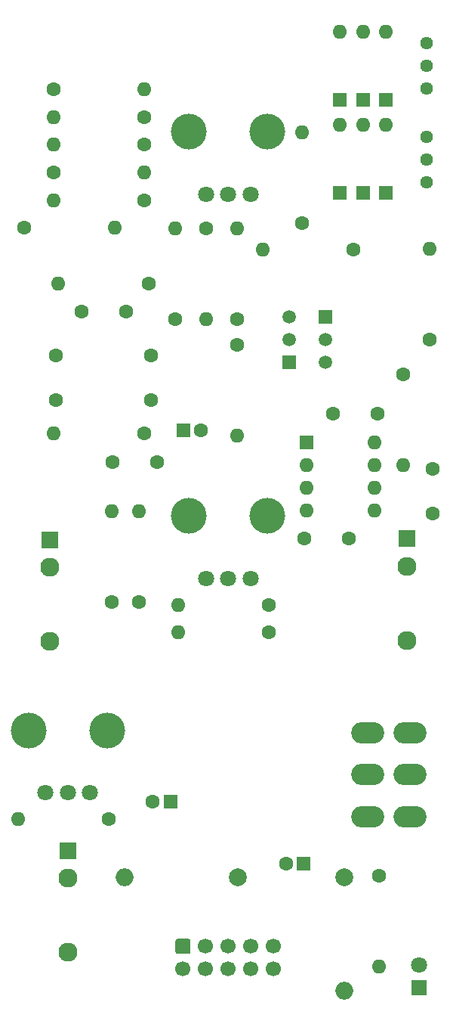
<source format=gts>
G04 #@! TF.GenerationSoftware,KiCad,Pcbnew,6.0.9+dfsg-1~bpo11+1*
G04 #@! TF.CreationDate,2022-12-28T23:23:11+00:00*
G04 #@! TF.ProjectId,MS20-VCF,4d533230-2d56-4434-962e-6b696361645f,rev?*
G04 #@! TF.SameCoordinates,Original*
G04 #@! TF.FileFunction,Soldermask,Top*
G04 #@! TF.FilePolarity,Negative*
%FSLAX46Y46*%
G04 Gerber Fmt 4.6, Leading zero omitted, Abs format (unit mm)*
G04 Created by KiCad (PCBNEW 6.0.9+dfsg-1~bpo11+1) date 2022-12-28 23:23:11*
%MOMM*%
%LPD*%
G01*
G04 APERTURE LIST*
%ADD10C,1.600000*%
%ADD11C,4.000000*%
%ADD12C,1.800000*%
%ADD13R,1.600000X1.600000*%
%ADD14O,1.600000X1.600000*%
%ADD15R,1.930000X1.830000*%
%ADD16C,2.130000*%
%ADD17R,1.500000X1.500000*%
%ADD18C,1.500000*%
%ADD19O,3.700000X2.400000*%
%ADD20R,1.800000X1.800000*%
%ADD21C,2.000000*%
%ADD22O,2.000000X2.000000*%
%ADD23C,1.700000*%
%ADD24C,1.440000*%
G04 APERTURE END LIST*
D10*
X82900000Y-86800000D03*
X82900000Y-91800000D03*
D11*
X46400000Y-116050000D03*
X37600000Y-116050000D03*
D12*
X44500000Y-123050000D03*
X42000000Y-123050000D03*
X39500000Y-123050000D03*
D11*
X55600000Y-49050000D03*
X64400000Y-49050000D03*
D12*
X62500000Y-56050000D03*
X60000000Y-56050000D03*
X57500000Y-56050000D03*
D13*
X77700000Y-45460000D03*
D14*
X77700000Y-37840000D03*
D13*
X77700000Y-55860000D03*
D14*
X77700000Y-48240000D03*
D13*
X75100000Y-45460000D03*
D14*
X75100000Y-37840000D03*
D13*
X75100000Y-55860000D03*
D14*
X75100000Y-48240000D03*
D13*
X72500000Y-45460000D03*
D14*
X72500000Y-37840000D03*
D13*
X72500000Y-55860000D03*
D14*
X72500000Y-48240000D03*
D15*
X42000000Y-129500000D03*
D16*
X42000000Y-140900000D03*
X42000000Y-132600000D03*
D15*
X40000000Y-94720000D03*
D16*
X40000000Y-106120000D03*
X40000000Y-97820000D03*
D15*
X80000000Y-94600000D03*
D16*
X80000000Y-106000000D03*
X80000000Y-97700000D03*
D17*
X66800000Y-74840000D03*
D18*
X66800000Y-72300000D03*
X66800000Y-69760000D03*
D17*
X70900000Y-69760000D03*
D18*
X70900000Y-72300000D03*
X70900000Y-74840000D03*
D10*
X57500000Y-59840000D03*
D14*
X57500000Y-70000000D03*
D10*
X50000000Y-101660000D03*
D14*
X50000000Y-91500000D03*
D10*
X50560000Y-82800000D03*
D14*
X40400000Y-82800000D03*
D10*
X54000000Y-70000000D03*
D14*
X54000000Y-59840000D03*
D10*
X61000000Y-70000000D03*
D14*
X61000000Y-59840000D03*
D10*
X73980000Y-62200000D03*
D14*
X63820000Y-62200000D03*
D10*
X51080000Y-66000000D03*
D14*
X40920000Y-66000000D03*
D10*
X50560000Y-50500000D03*
D14*
X40400000Y-50500000D03*
D10*
X50560000Y-56700000D03*
D14*
X40400000Y-56700000D03*
D10*
X46580000Y-126000000D03*
D14*
X36420000Y-126000000D03*
D10*
X68300000Y-59300000D03*
D14*
X68300000Y-49140000D03*
D10*
X40400000Y-53600000D03*
D14*
X50560000Y-53600000D03*
D10*
X50560000Y-47400000D03*
D14*
X40400000Y-47400000D03*
D10*
X40400000Y-44300000D03*
D14*
X50560000Y-44300000D03*
D10*
X82600000Y-72280000D03*
D14*
X82600000Y-62120000D03*
D10*
X64580000Y-105100000D03*
D14*
X54420000Y-105100000D03*
D10*
X64580000Y-102000000D03*
D14*
X54420000Y-102000000D03*
D11*
X64400000Y-92050000D03*
X55600000Y-92050000D03*
D12*
X62500000Y-99050000D03*
X60000000Y-99050000D03*
X57500000Y-99050000D03*
D19*
X75600000Y-116300000D03*
X75600000Y-121000000D03*
X75600000Y-125700000D03*
X80400000Y-116300000D03*
X80400000Y-121000000D03*
X80400000Y-125700000D03*
D10*
X79600000Y-76220000D03*
D14*
X79600000Y-86380000D03*
D13*
X68800000Y-83800000D03*
D14*
X68800000Y-86340000D03*
X68800000Y-88880000D03*
X68800000Y-91420000D03*
X76420000Y-91420000D03*
X76420000Y-88880000D03*
X76420000Y-86340000D03*
X76420000Y-83800000D03*
D10*
X43500000Y-69200000D03*
X48500000Y-69200000D03*
X46900000Y-101660000D03*
D14*
X46900000Y-91500000D03*
D10*
X37100000Y-59800000D03*
D14*
X47260000Y-59800000D03*
D10*
X61000000Y-72920000D03*
D14*
X61000000Y-83080000D03*
D10*
X76700000Y-80600000D03*
X71700000Y-80600000D03*
X73500000Y-94600000D03*
X68500000Y-94600000D03*
D13*
X68455112Y-131000000D03*
D10*
X66455112Y-131000000D03*
D13*
X53500000Y-124000000D03*
D10*
X51500000Y-124000000D03*
D13*
X54944888Y-82500000D03*
D10*
X56944888Y-82500000D03*
D20*
X81400000Y-144875000D03*
D12*
X81400000Y-142335000D03*
D21*
X61050000Y-132500000D03*
D22*
X48350000Y-132500000D03*
G36*
G01*
X54325000Y-139397500D02*
X55525000Y-139397500D01*
G75*
G02*
X55775000Y-139647500I0J-250000D01*
G01*
X55775000Y-140847500D01*
G75*
G02*
X55525000Y-141097500I-250000J0D01*
G01*
X54325000Y-141097500D01*
G75*
G02*
X54075000Y-140847500I0J250000D01*
G01*
X54075000Y-139647500D01*
G75*
G02*
X54325000Y-139397500I250000J0D01*
G01*
G37*
D23*
X54925000Y-142787500D03*
X57465000Y-140247500D03*
X57465000Y-142787500D03*
X60005000Y-140247500D03*
X60005000Y-142787500D03*
X62545000Y-140247500D03*
X62545000Y-142787500D03*
X65085000Y-140247500D03*
X65085000Y-142787500D03*
D24*
X82200000Y-44180000D03*
X82200000Y-41640000D03*
X82200000Y-39100000D03*
X82200000Y-54720000D03*
X82200000Y-52180000D03*
X82200000Y-49640000D03*
D10*
X76900000Y-132320000D03*
D14*
X76900000Y-142480000D03*
D21*
X73000000Y-132500000D03*
D22*
X73000000Y-145200000D03*
D10*
X47000000Y-86000000D03*
X52000000Y-86000000D03*
X51300000Y-74100000D03*
X51300000Y-79100000D03*
X40700000Y-79100000D03*
X40700000Y-74100000D03*
M02*

</source>
